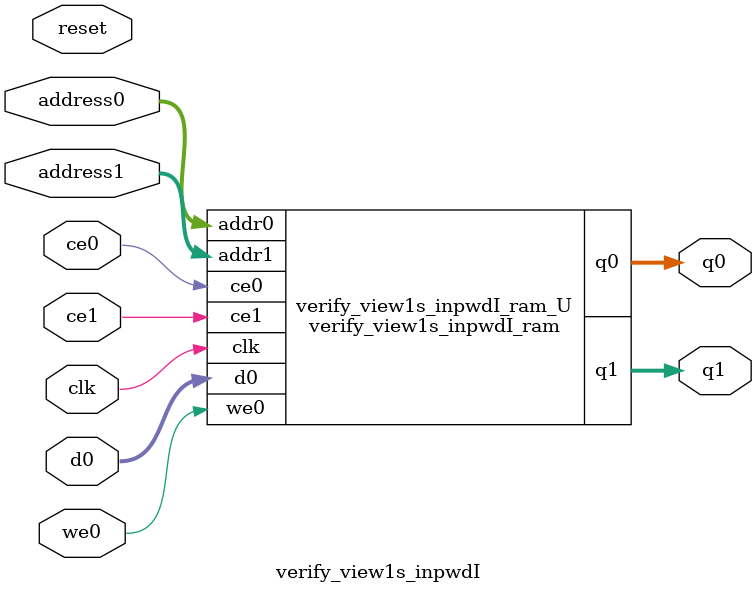
<source format=v>
`timescale 1 ns / 1 ps
module verify_view1s_inpwdI_ram (addr0, ce0, d0, we0, q0, addr1, ce1, q1,  clk);

parameter DWIDTH = 32;
parameter AWIDTH = 10;
parameter MEM_SIZE = 876;

input[AWIDTH-1:0] addr0;
input ce0;
input[DWIDTH-1:0] d0;
input we0;
output reg[DWIDTH-1:0] q0;
input[AWIDTH-1:0] addr1;
input ce1;
output reg[DWIDTH-1:0] q1;
input clk;

(* ram_style = "block" *)reg [DWIDTH-1:0] ram[0:MEM_SIZE-1];




always @(posedge clk)  
begin 
    if (ce0) begin
        if (we0) 
            ram[addr0] <= d0; 
        q0 <= ram[addr0];
    end
end


always @(posedge clk)  
begin 
    if (ce1) begin
        q1 <= ram[addr1];
    end
end


endmodule

`timescale 1 ns / 1 ps
module verify_view1s_inpwdI(
    reset,
    clk,
    address0,
    ce0,
    we0,
    d0,
    q0,
    address1,
    ce1,
    q1);

parameter DataWidth = 32'd32;
parameter AddressRange = 32'd876;
parameter AddressWidth = 32'd10;
input reset;
input clk;
input[AddressWidth - 1:0] address0;
input ce0;
input we0;
input[DataWidth - 1:0] d0;
output[DataWidth - 1:0] q0;
input[AddressWidth - 1:0] address1;
input ce1;
output[DataWidth - 1:0] q1;



verify_view1s_inpwdI_ram verify_view1s_inpwdI_ram_U(
    .clk( clk ),
    .addr0( address0 ),
    .ce0( ce0 ),
    .we0( we0 ),
    .d0( d0 ),
    .q0( q0 ),
    .addr1( address1 ),
    .ce1( ce1 ),
    .q1( q1 ));

endmodule


</source>
